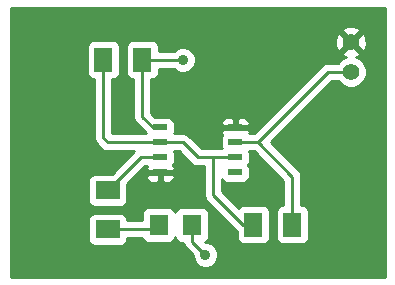
<source format=gtl>
G04 (created by PCBNEW (2013-07-07 BZR 4022)-stable) date 24/01/2014 12:39:24 p.m.*
%MOIN*%
G04 Gerber Fmt 3.4, Leading zero omitted, Abs format*
%FSLAX34Y34*%
G01*
G70*
G90*
G04 APERTURE LIST*
%ADD10C,0.00590551*%
%ADD11R,0.045X0.02*%
%ADD12R,0.06X0.08*%
%ADD13R,0.08X0.06*%
%ADD14C,0.055*%
%ADD15R,0.0629X0.0709*%
%ADD16C,0.035*%
%ADD17C,0.01*%
G04 APERTURE END LIST*
G54D10*
G54D11*
X70750Y-57250D03*
X70750Y-57750D03*
X70750Y-58250D03*
X70750Y-58750D03*
X68250Y-58750D03*
X68250Y-58250D03*
X68250Y-57750D03*
X68250Y-57250D03*
G54D12*
X66350Y-55000D03*
X67650Y-55000D03*
X72650Y-60500D03*
X71350Y-60500D03*
G54D13*
X66500Y-59350D03*
X66500Y-60650D03*
G54D14*
X74600Y-54400D03*
X74600Y-55400D03*
G54D15*
X68191Y-60500D03*
X69309Y-60500D03*
G54D16*
X69000Y-55000D03*
X69750Y-61500D03*
X64450Y-56600D03*
G54D17*
X67650Y-55000D02*
X69000Y-55000D01*
X69309Y-60500D02*
X69309Y-61059D01*
X69309Y-61059D02*
X69750Y-61500D01*
X67650Y-55000D02*
X67650Y-56900D01*
X68000Y-57250D02*
X68250Y-57250D01*
X67650Y-56900D02*
X68000Y-57250D01*
X68250Y-58250D02*
X67600Y-58250D01*
X67600Y-58250D02*
X66500Y-59350D01*
X66500Y-60650D02*
X68041Y-60650D01*
X68041Y-60650D02*
X68191Y-60500D01*
X71350Y-60500D02*
X71000Y-60500D01*
X70000Y-59500D02*
X70000Y-58250D01*
X71000Y-60500D02*
X70000Y-59500D01*
X68250Y-57750D02*
X66500Y-57750D01*
X66350Y-57600D02*
X66350Y-55000D01*
X66500Y-57750D02*
X66350Y-57600D01*
X68250Y-57750D02*
X69000Y-57750D01*
X69500Y-58250D02*
X69750Y-58250D01*
X69750Y-58250D02*
X70000Y-58250D01*
X70000Y-58250D02*
X70750Y-58250D01*
X69000Y-57750D02*
X69500Y-58250D01*
X72650Y-60500D02*
X72650Y-58900D01*
X72650Y-58900D02*
X71500Y-57750D01*
X74600Y-55400D02*
X73850Y-55400D01*
X73850Y-55400D02*
X71500Y-57750D01*
X70750Y-57750D02*
X71500Y-57750D01*
G54D10*
G36*
X75730Y-62230D02*
X75129Y-62230D01*
X75129Y-54475D01*
X75118Y-54267D01*
X75060Y-54127D01*
X74967Y-54102D01*
X74897Y-54173D01*
X74897Y-54032D01*
X74872Y-53939D01*
X74675Y-53870D01*
X74467Y-53881D01*
X74327Y-53939D01*
X74302Y-54032D01*
X74600Y-54329D01*
X74897Y-54032D01*
X74897Y-54173D01*
X74670Y-54400D01*
X74967Y-54697D01*
X75060Y-54672D01*
X75129Y-54475D01*
X75129Y-62230D01*
X75125Y-62230D01*
X75125Y-55296D01*
X75045Y-55103D01*
X74897Y-54955D01*
X74771Y-54902D01*
X74872Y-54860D01*
X74897Y-54767D01*
X74600Y-54470D01*
X74529Y-54541D01*
X74529Y-54400D01*
X74232Y-54102D01*
X74139Y-54127D01*
X74070Y-54324D01*
X74081Y-54532D01*
X74139Y-54672D01*
X74232Y-54697D01*
X74529Y-54400D01*
X74529Y-54541D01*
X74302Y-54767D01*
X74327Y-54860D01*
X74437Y-54899D01*
X74303Y-54954D01*
X74157Y-55100D01*
X73850Y-55100D01*
X73735Y-55122D01*
X73637Y-55187D01*
X71375Y-57450D01*
X71204Y-57450D01*
X71225Y-57399D01*
X71225Y-57100D01*
X71187Y-57008D01*
X71116Y-56938D01*
X71024Y-56900D01*
X70925Y-56899D01*
X70862Y-56900D01*
X70800Y-56962D01*
X70800Y-57200D01*
X71162Y-57200D01*
X71225Y-57137D01*
X71225Y-57100D01*
X71225Y-57399D01*
X71225Y-57362D01*
X71162Y-57300D01*
X70800Y-57300D01*
X70800Y-57307D01*
X70700Y-57307D01*
X70700Y-57300D01*
X70700Y-57200D01*
X70700Y-56962D01*
X70637Y-56900D01*
X70574Y-56899D01*
X70475Y-56900D01*
X70383Y-56938D01*
X70312Y-57008D01*
X70274Y-57100D01*
X70275Y-57137D01*
X70337Y-57200D01*
X70700Y-57200D01*
X70700Y-57300D01*
X70337Y-57300D01*
X70275Y-57362D01*
X70274Y-57399D01*
X70312Y-57491D01*
X70321Y-57499D01*
X70313Y-57508D01*
X70275Y-57600D01*
X70274Y-57699D01*
X70274Y-57899D01*
X70295Y-57950D01*
X70000Y-57950D01*
X69750Y-57950D01*
X69624Y-57950D01*
X69212Y-57537D01*
X69114Y-57472D01*
X69000Y-57450D01*
X68704Y-57450D01*
X68724Y-57399D01*
X68725Y-57300D01*
X68725Y-57100D01*
X68687Y-57008D01*
X68616Y-56938D01*
X68524Y-56900D01*
X68425Y-56899D01*
X68074Y-56899D01*
X67950Y-56775D01*
X67950Y-55650D01*
X67999Y-55650D01*
X68091Y-55612D01*
X68161Y-55541D01*
X68199Y-55449D01*
X68200Y-55350D01*
X68200Y-55300D01*
X68698Y-55300D01*
X68758Y-55360D01*
X68915Y-55424D01*
X69084Y-55425D01*
X69240Y-55360D01*
X69360Y-55241D01*
X69424Y-55084D01*
X69425Y-54915D01*
X69360Y-54759D01*
X69241Y-54639D01*
X69084Y-54575D01*
X68915Y-54574D01*
X68759Y-54639D01*
X68698Y-54700D01*
X68200Y-54700D01*
X68200Y-54550D01*
X68162Y-54458D01*
X68091Y-54388D01*
X67999Y-54350D01*
X67900Y-54349D01*
X67300Y-54349D01*
X67208Y-54387D01*
X67138Y-54458D01*
X67100Y-54550D01*
X67099Y-54649D01*
X67099Y-55449D01*
X67137Y-55541D01*
X67208Y-55611D01*
X67300Y-55649D01*
X67350Y-55649D01*
X67350Y-56900D01*
X67372Y-57014D01*
X67437Y-57112D01*
X67775Y-57450D01*
X66650Y-57450D01*
X66650Y-55650D01*
X66699Y-55650D01*
X66791Y-55612D01*
X66861Y-55541D01*
X66899Y-55449D01*
X66900Y-55350D01*
X66900Y-54550D01*
X66862Y-54458D01*
X66791Y-54388D01*
X66699Y-54350D01*
X66600Y-54349D01*
X66000Y-54349D01*
X65908Y-54387D01*
X65838Y-54458D01*
X65800Y-54550D01*
X65799Y-54649D01*
X65799Y-55449D01*
X65837Y-55541D01*
X65908Y-55611D01*
X66000Y-55649D01*
X66050Y-55649D01*
X66050Y-57600D01*
X66072Y-57714D01*
X66137Y-57812D01*
X66287Y-57962D01*
X66287Y-57962D01*
X66385Y-58027D01*
X66500Y-58050D01*
X67375Y-58050D01*
X66625Y-58799D01*
X66050Y-58799D01*
X65958Y-58837D01*
X65888Y-58908D01*
X65850Y-59000D01*
X65849Y-59099D01*
X65849Y-59699D01*
X65887Y-59791D01*
X65958Y-59861D01*
X66050Y-59899D01*
X66149Y-59900D01*
X66949Y-59900D01*
X67041Y-59862D01*
X67111Y-59791D01*
X67149Y-59699D01*
X67150Y-59600D01*
X67150Y-59124D01*
X67724Y-58550D01*
X67795Y-58550D01*
X67774Y-58600D01*
X67775Y-58637D01*
X67837Y-58700D01*
X68200Y-58700D01*
X68200Y-58692D01*
X68300Y-58692D01*
X68300Y-58700D01*
X68662Y-58700D01*
X68725Y-58637D01*
X68725Y-58600D01*
X68687Y-58508D01*
X68678Y-58500D01*
X68686Y-58491D01*
X68724Y-58399D01*
X68725Y-58300D01*
X68725Y-58100D01*
X68704Y-58050D01*
X68875Y-58050D01*
X69287Y-58462D01*
X69287Y-58462D01*
X69385Y-58527D01*
X69500Y-58550D01*
X69700Y-58550D01*
X69700Y-59500D01*
X69722Y-59614D01*
X69787Y-59712D01*
X70787Y-60712D01*
X70787Y-60712D01*
X70799Y-60720D01*
X70799Y-60949D01*
X70837Y-61041D01*
X70908Y-61111D01*
X71000Y-61149D01*
X71099Y-61150D01*
X71699Y-61150D01*
X71791Y-61112D01*
X71861Y-61041D01*
X71899Y-60949D01*
X71900Y-60850D01*
X71900Y-60050D01*
X71862Y-59958D01*
X71791Y-59888D01*
X71699Y-59850D01*
X71600Y-59849D01*
X71000Y-59849D01*
X70908Y-59887D01*
X70860Y-59936D01*
X70300Y-59375D01*
X70300Y-58960D01*
X70312Y-58991D01*
X70383Y-59061D01*
X70475Y-59099D01*
X70574Y-59100D01*
X71024Y-59100D01*
X71116Y-59062D01*
X71186Y-58991D01*
X71224Y-58899D01*
X71225Y-58800D01*
X71225Y-58600D01*
X71187Y-58508D01*
X71178Y-58500D01*
X71186Y-58491D01*
X71224Y-58399D01*
X71225Y-58300D01*
X71225Y-58100D01*
X71204Y-58050D01*
X71375Y-58050D01*
X72350Y-59024D01*
X72350Y-59849D01*
X72300Y-59849D01*
X72208Y-59887D01*
X72138Y-59958D01*
X72100Y-60050D01*
X72099Y-60149D01*
X72099Y-60949D01*
X72137Y-61041D01*
X72208Y-61111D01*
X72300Y-61149D01*
X72399Y-61150D01*
X72999Y-61150D01*
X73091Y-61112D01*
X73161Y-61041D01*
X73199Y-60949D01*
X73200Y-60850D01*
X73200Y-60050D01*
X73162Y-59958D01*
X73091Y-59888D01*
X72999Y-59850D01*
X72950Y-59850D01*
X72950Y-58900D01*
X72949Y-58899D01*
X72927Y-58785D01*
X72862Y-58687D01*
X72862Y-58687D01*
X71924Y-57749D01*
X73974Y-55700D01*
X74157Y-55700D01*
X74302Y-55844D01*
X74495Y-55924D01*
X74703Y-55925D01*
X74897Y-55845D01*
X75044Y-55697D01*
X75124Y-55504D01*
X75125Y-55296D01*
X75125Y-62230D01*
X70175Y-62230D01*
X70175Y-61415D01*
X70110Y-61259D01*
X69991Y-61139D01*
X69834Y-61075D01*
X69749Y-61074D01*
X69747Y-61073D01*
X69764Y-61066D01*
X69835Y-60996D01*
X69873Y-60904D01*
X69873Y-60804D01*
X69873Y-60095D01*
X69835Y-60004D01*
X69765Y-59933D01*
X69673Y-59895D01*
X69573Y-59895D01*
X68944Y-59895D01*
X68853Y-59933D01*
X68782Y-60003D01*
X68749Y-60082D01*
X68725Y-60022D01*
X68725Y-58899D01*
X68725Y-58862D01*
X68662Y-58800D01*
X68300Y-58800D01*
X68300Y-59037D01*
X68362Y-59100D01*
X68425Y-59100D01*
X68524Y-59099D01*
X68616Y-59061D01*
X68687Y-58991D01*
X68725Y-58899D01*
X68725Y-60022D01*
X68717Y-60004D01*
X68647Y-59933D01*
X68555Y-59895D01*
X68455Y-59895D01*
X68200Y-59895D01*
X68200Y-59037D01*
X68200Y-58800D01*
X67837Y-58800D01*
X67775Y-58862D01*
X67774Y-58899D01*
X67812Y-58991D01*
X67883Y-59061D01*
X67975Y-59099D01*
X68074Y-59100D01*
X68137Y-59100D01*
X68200Y-59037D01*
X68200Y-59895D01*
X67826Y-59895D01*
X67735Y-59933D01*
X67664Y-60003D01*
X67626Y-60095D01*
X67626Y-60195D01*
X67626Y-60350D01*
X67150Y-60350D01*
X67150Y-60300D01*
X67112Y-60208D01*
X67041Y-60138D01*
X66949Y-60100D01*
X66850Y-60099D01*
X66050Y-60099D01*
X65958Y-60137D01*
X65888Y-60208D01*
X65850Y-60300D01*
X65849Y-60399D01*
X65849Y-60999D01*
X65887Y-61091D01*
X65958Y-61161D01*
X66050Y-61199D01*
X66149Y-61200D01*
X66949Y-61200D01*
X67041Y-61162D01*
X67111Y-61091D01*
X67149Y-60999D01*
X67149Y-60950D01*
X67645Y-60950D01*
X67664Y-60995D01*
X67734Y-61066D01*
X67826Y-61104D01*
X67926Y-61104D01*
X68555Y-61104D01*
X68646Y-61066D01*
X68717Y-60996D01*
X68750Y-60917D01*
X68782Y-60995D01*
X68852Y-61066D01*
X68944Y-61104D01*
X69018Y-61104D01*
X69031Y-61173D01*
X69096Y-61271D01*
X69325Y-61499D01*
X69324Y-61584D01*
X69389Y-61740D01*
X69508Y-61860D01*
X69665Y-61924D01*
X69834Y-61925D01*
X69990Y-61860D01*
X70110Y-61741D01*
X70174Y-61584D01*
X70175Y-61415D01*
X70175Y-62230D01*
X63269Y-62230D01*
X63269Y-53269D01*
X75730Y-53269D01*
X75730Y-62230D01*
X75730Y-62230D01*
G37*
G54D17*
X75730Y-62230D02*
X75129Y-62230D01*
X75129Y-54475D01*
X75118Y-54267D01*
X75060Y-54127D01*
X74967Y-54102D01*
X74897Y-54173D01*
X74897Y-54032D01*
X74872Y-53939D01*
X74675Y-53870D01*
X74467Y-53881D01*
X74327Y-53939D01*
X74302Y-54032D01*
X74600Y-54329D01*
X74897Y-54032D01*
X74897Y-54173D01*
X74670Y-54400D01*
X74967Y-54697D01*
X75060Y-54672D01*
X75129Y-54475D01*
X75129Y-62230D01*
X75125Y-62230D01*
X75125Y-55296D01*
X75045Y-55103D01*
X74897Y-54955D01*
X74771Y-54902D01*
X74872Y-54860D01*
X74897Y-54767D01*
X74600Y-54470D01*
X74529Y-54541D01*
X74529Y-54400D01*
X74232Y-54102D01*
X74139Y-54127D01*
X74070Y-54324D01*
X74081Y-54532D01*
X74139Y-54672D01*
X74232Y-54697D01*
X74529Y-54400D01*
X74529Y-54541D01*
X74302Y-54767D01*
X74327Y-54860D01*
X74437Y-54899D01*
X74303Y-54954D01*
X74157Y-55100D01*
X73850Y-55100D01*
X73735Y-55122D01*
X73637Y-55187D01*
X71375Y-57450D01*
X71204Y-57450D01*
X71225Y-57399D01*
X71225Y-57100D01*
X71187Y-57008D01*
X71116Y-56938D01*
X71024Y-56900D01*
X70925Y-56899D01*
X70862Y-56900D01*
X70800Y-56962D01*
X70800Y-57200D01*
X71162Y-57200D01*
X71225Y-57137D01*
X71225Y-57100D01*
X71225Y-57399D01*
X71225Y-57362D01*
X71162Y-57300D01*
X70800Y-57300D01*
X70800Y-57307D01*
X70700Y-57307D01*
X70700Y-57300D01*
X70700Y-57200D01*
X70700Y-56962D01*
X70637Y-56900D01*
X70574Y-56899D01*
X70475Y-56900D01*
X70383Y-56938D01*
X70312Y-57008D01*
X70274Y-57100D01*
X70275Y-57137D01*
X70337Y-57200D01*
X70700Y-57200D01*
X70700Y-57300D01*
X70337Y-57300D01*
X70275Y-57362D01*
X70274Y-57399D01*
X70312Y-57491D01*
X70321Y-57499D01*
X70313Y-57508D01*
X70275Y-57600D01*
X70274Y-57699D01*
X70274Y-57899D01*
X70295Y-57950D01*
X70000Y-57950D01*
X69750Y-57950D01*
X69624Y-57950D01*
X69212Y-57537D01*
X69114Y-57472D01*
X69000Y-57450D01*
X68704Y-57450D01*
X68724Y-57399D01*
X68725Y-57300D01*
X68725Y-57100D01*
X68687Y-57008D01*
X68616Y-56938D01*
X68524Y-56900D01*
X68425Y-56899D01*
X68074Y-56899D01*
X67950Y-56775D01*
X67950Y-55650D01*
X67999Y-55650D01*
X68091Y-55612D01*
X68161Y-55541D01*
X68199Y-55449D01*
X68200Y-55350D01*
X68200Y-55300D01*
X68698Y-55300D01*
X68758Y-55360D01*
X68915Y-55424D01*
X69084Y-55425D01*
X69240Y-55360D01*
X69360Y-55241D01*
X69424Y-55084D01*
X69425Y-54915D01*
X69360Y-54759D01*
X69241Y-54639D01*
X69084Y-54575D01*
X68915Y-54574D01*
X68759Y-54639D01*
X68698Y-54700D01*
X68200Y-54700D01*
X68200Y-54550D01*
X68162Y-54458D01*
X68091Y-54388D01*
X67999Y-54350D01*
X67900Y-54349D01*
X67300Y-54349D01*
X67208Y-54387D01*
X67138Y-54458D01*
X67100Y-54550D01*
X67099Y-54649D01*
X67099Y-55449D01*
X67137Y-55541D01*
X67208Y-55611D01*
X67300Y-55649D01*
X67350Y-55649D01*
X67350Y-56900D01*
X67372Y-57014D01*
X67437Y-57112D01*
X67775Y-57450D01*
X66650Y-57450D01*
X66650Y-55650D01*
X66699Y-55650D01*
X66791Y-55612D01*
X66861Y-55541D01*
X66899Y-55449D01*
X66900Y-55350D01*
X66900Y-54550D01*
X66862Y-54458D01*
X66791Y-54388D01*
X66699Y-54350D01*
X66600Y-54349D01*
X66000Y-54349D01*
X65908Y-54387D01*
X65838Y-54458D01*
X65800Y-54550D01*
X65799Y-54649D01*
X65799Y-55449D01*
X65837Y-55541D01*
X65908Y-55611D01*
X66000Y-55649D01*
X66050Y-55649D01*
X66050Y-57600D01*
X66072Y-57714D01*
X66137Y-57812D01*
X66287Y-57962D01*
X66287Y-57962D01*
X66385Y-58027D01*
X66500Y-58050D01*
X67375Y-58050D01*
X66625Y-58799D01*
X66050Y-58799D01*
X65958Y-58837D01*
X65888Y-58908D01*
X65850Y-59000D01*
X65849Y-59099D01*
X65849Y-59699D01*
X65887Y-59791D01*
X65958Y-59861D01*
X66050Y-59899D01*
X66149Y-59900D01*
X66949Y-59900D01*
X67041Y-59862D01*
X67111Y-59791D01*
X67149Y-59699D01*
X67150Y-59600D01*
X67150Y-59124D01*
X67724Y-58550D01*
X67795Y-58550D01*
X67774Y-58600D01*
X67775Y-58637D01*
X67837Y-58700D01*
X68200Y-58700D01*
X68200Y-58692D01*
X68300Y-58692D01*
X68300Y-58700D01*
X68662Y-58700D01*
X68725Y-58637D01*
X68725Y-58600D01*
X68687Y-58508D01*
X68678Y-58500D01*
X68686Y-58491D01*
X68724Y-58399D01*
X68725Y-58300D01*
X68725Y-58100D01*
X68704Y-58050D01*
X68875Y-58050D01*
X69287Y-58462D01*
X69287Y-58462D01*
X69385Y-58527D01*
X69500Y-58550D01*
X69700Y-58550D01*
X69700Y-59500D01*
X69722Y-59614D01*
X69787Y-59712D01*
X70787Y-60712D01*
X70787Y-60712D01*
X70799Y-60720D01*
X70799Y-60949D01*
X70837Y-61041D01*
X70908Y-61111D01*
X71000Y-61149D01*
X71099Y-61150D01*
X71699Y-61150D01*
X71791Y-61112D01*
X71861Y-61041D01*
X71899Y-60949D01*
X71900Y-60850D01*
X71900Y-60050D01*
X71862Y-59958D01*
X71791Y-59888D01*
X71699Y-59850D01*
X71600Y-59849D01*
X71000Y-59849D01*
X70908Y-59887D01*
X70860Y-59936D01*
X70300Y-59375D01*
X70300Y-58960D01*
X70312Y-58991D01*
X70383Y-59061D01*
X70475Y-59099D01*
X70574Y-59100D01*
X71024Y-59100D01*
X71116Y-59062D01*
X71186Y-58991D01*
X71224Y-58899D01*
X71225Y-58800D01*
X71225Y-58600D01*
X71187Y-58508D01*
X71178Y-58500D01*
X71186Y-58491D01*
X71224Y-58399D01*
X71225Y-58300D01*
X71225Y-58100D01*
X71204Y-58050D01*
X71375Y-58050D01*
X72350Y-59024D01*
X72350Y-59849D01*
X72300Y-59849D01*
X72208Y-59887D01*
X72138Y-59958D01*
X72100Y-60050D01*
X72099Y-60149D01*
X72099Y-60949D01*
X72137Y-61041D01*
X72208Y-61111D01*
X72300Y-61149D01*
X72399Y-61150D01*
X72999Y-61150D01*
X73091Y-61112D01*
X73161Y-61041D01*
X73199Y-60949D01*
X73200Y-60850D01*
X73200Y-60050D01*
X73162Y-59958D01*
X73091Y-59888D01*
X72999Y-59850D01*
X72950Y-59850D01*
X72950Y-58900D01*
X72949Y-58899D01*
X72927Y-58785D01*
X72862Y-58687D01*
X72862Y-58687D01*
X71924Y-57749D01*
X73974Y-55700D01*
X74157Y-55700D01*
X74302Y-55844D01*
X74495Y-55924D01*
X74703Y-55925D01*
X74897Y-55845D01*
X75044Y-55697D01*
X75124Y-55504D01*
X75125Y-55296D01*
X75125Y-62230D01*
X70175Y-62230D01*
X70175Y-61415D01*
X70110Y-61259D01*
X69991Y-61139D01*
X69834Y-61075D01*
X69749Y-61074D01*
X69747Y-61073D01*
X69764Y-61066D01*
X69835Y-60996D01*
X69873Y-60904D01*
X69873Y-60804D01*
X69873Y-60095D01*
X69835Y-60004D01*
X69765Y-59933D01*
X69673Y-59895D01*
X69573Y-59895D01*
X68944Y-59895D01*
X68853Y-59933D01*
X68782Y-60003D01*
X68749Y-60082D01*
X68725Y-60022D01*
X68725Y-58899D01*
X68725Y-58862D01*
X68662Y-58800D01*
X68300Y-58800D01*
X68300Y-59037D01*
X68362Y-59100D01*
X68425Y-59100D01*
X68524Y-59099D01*
X68616Y-59061D01*
X68687Y-58991D01*
X68725Y-58899D01*
X68725Y-60022D01*
X68717Y-60004D01*
X68647Y-59933D01*
X68555Y-59895D01*
X68455Y-59895D01*
X68200Y-59895D01*
X68200Y-59037D01*
X68200Y-58800D01*
X67837Y-58800D01*
X67775Y-58862D01*
X67774Y-58899D01*
X67812Y-58991D01*
X67883Y-59061D01*
X67975Y-59099D01*
X68074Y-59100D01*
X68137Y-59100D01*
X68200Y-59037D01*
X68200Y-59895D01*
X67826Y-59895D01*
X67735Y-59933D01*
X67664Y-60003D01*
X67626Y-60095D01*
X67626Y-60195D01*
X67626Y-60350D01*
X67150Y-60350D01*
X67150Y-60300D01*
X67112Y-60208D01*
X67041Y-60138D01*
X66949Y-60100D01*
X66850Y-60099D01*
X66050Y-60099D01*
X65958Y-60137D01*
X65888Y-60208D01*
X65850Y-60300D01*
X65849Y-60399D01*
X65849Y-60999D01*
X65887Y-61091D01*
X65958Y-61161D01*
X66050Y-61199D01*
X66149Y-61200D01*
X66949Y-61200D01*
X67041Y-61162D01*
X67111Y-61091D01*
X67149Y-60999D01*
X67149Y-60950D01*
X67645Y-60950D01*
X67664Y-60995D01*
X67734Y-61066D01*
X67826Y-61104D01*
X67926Y-61104D01*
X68555Y-61104D01*
X68646Y-61066D01*
X68717Y-60996D01*
X68750Y-60917D01*
X68782Y-60995D01*
X68852Y-61066D01*
X68944Y-61104D01*
X69018Y-61104D01*
X69031Y-61173D01*
X69096Y-61271D01*
X69325Y-61499D01*
X69324Y-61584D01*
X69389Y-61740D01*
X69508Y-61860D01*
X69665Y-61924D01*
X69834Y-61925D01*
X69990Y-61860D01*
X70110Y-61741D01*
X70174Y-61584D01*
X70175Y-61415D01*
X70175Y-62230D01*
X63269Y-62230D01*
X63269Y-53269D01*
X75730Y-53269D01*
X75730Y-62230D01*
M02*

</source>
